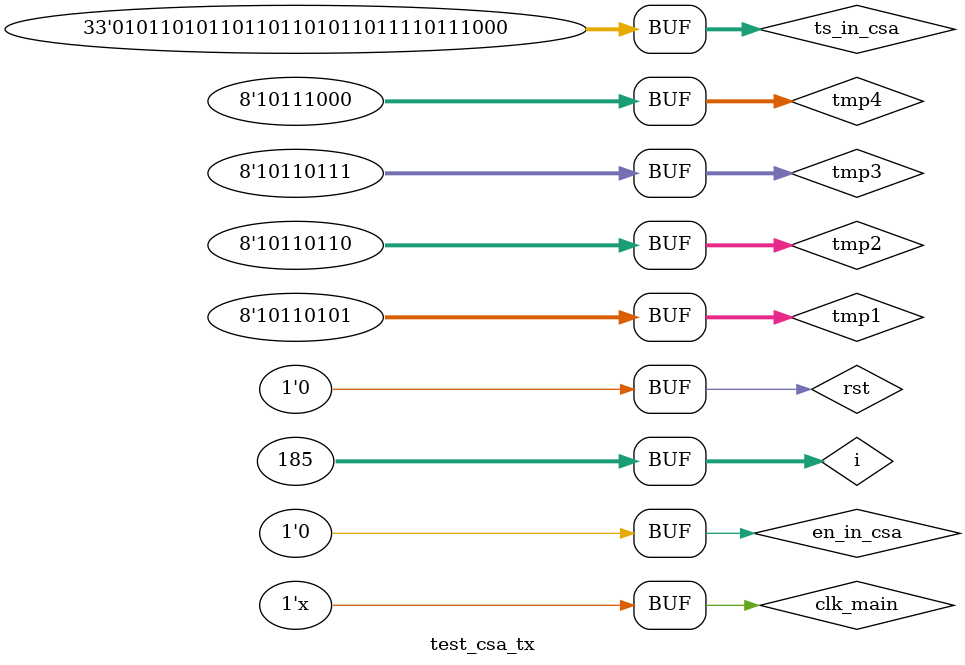
<source format=v>
`timescale 1ns / 1ps


module test_csa_tx;

	// Inputs
	reg clk_main;
	reg rst;
	reg [32:0] ts_in_csa;
	reg en_in_csa;

	// Outputs
	wire ts_out_csa_en_64;
	wire [32:0] ts_out_csa_64;

	// Instantiate the Unit Under Test (UUT)
	csa_tx uut (
		.clk_main(clk_main), 
		.rst(rst), 
		.ts_in_csa(ts_in_csa), 
		.en_in_csa(en_in_csa), 
		.ts_out_csa_en_64(ts_out_csa_en_64), 
		.ts_out_csa_64(ts_out_csa_64)
	);
integer i;
reg [7:0]tmp1,tmp2,tmp3,tmp4;
	initial begin
		// Initialize Inputs
		clk_main = 0;
		rst = 0;
		ts_in_csa = 0;
		en_in_csa = 0;

		#3 rst=1;
		#4 rst=0;
		// Wait 100 ns for global reset to finish
		#100;
		
//		#10 en_in_csa=1;
//			ts_in_csa=33'h10000_0001;
//			#10 ts_in_csa=33'h00000_0007;
//			#10 ts_in_csa=33'h01234_5678;
//			#10 ts_in_csa=33'h09abc_def0;
//			#10 ts_in_csa=33'h00000_0010;
//			#10 ts_in_csa=33'h00000_0001;
//			#10 ts_in_csa=33'h0c012_0801;
//			#10 ts_in_csa=33'h00000_4e20;
//			#10 ts_in_csa=33'h04740_0100;
//				for(i=1;i<185;i=i+4)
//		       	begin
//		       	tmp1		=i;
//		       	tmp2	=i+1;
//		       	tmp3	=i+2;
//		       	tmp4	=i+3;
//       			#10 ts_in_csa={tmp1,tmp2,tmp3,tmp4};
//       			end
//        #10 en_in_csa=0;
		// Add stimulus here
		#10 en_in_csa=1;
			ts_in_csa=33'h10000_0001;
			#10 ts_in_csa=33'h00000_0000;
			#10 ts_in_csa=33'h01234_5678;
			#10 ts_in_csa=33'h09abc_def0;
			#10 ts_in_csa=33'h00000_0010;
			#10 ts_in_csa=33'h00000_0001;
			#10 ts_in_csa=33'h0c012_0801;
			#10 ts_in_csa=33'h00000_4e20;
			#10 ts_in_csa=33'h04740_0100;
				for(i=1;i<185;i=i+4)
		       	begin
		       	tmp1		=i;
		       	tmp2	=i+1;
		       	tmp3	=i+2;
		       	tmp4	=i+3;
       			#10 ts_in_csa={tmp1,tmp2,tmp3,tmp4};
       			end
        #10 en_in_csa=0;

	end
      
      always #5 clk_main=~clk_main;
endmodule


</source>
